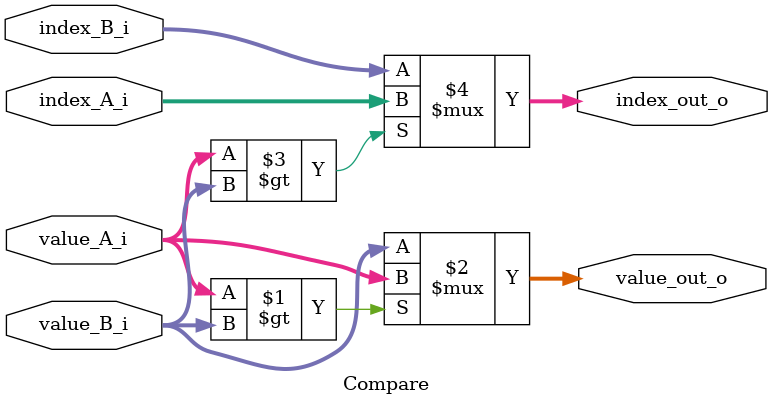
<source format=sv>
module Compare #(parameter VALUE_WIDTH = 32
                ,parameter INDEX_WIDTH = 32
                )
                (input [VALUE_WIDTH-1:0] value_A_i
                ,input [VALUE_WIDTH-1:0] value_B_i
                
                ,input [INDEX_WIDTH-1:0] index_A_i
                ,input [INDEX_WIDTH-1:0] index_B_i
                
                ,output [VALUE_WIDTH-1:0] value_out_o
                ,output [INDEX_WIDTH-1:0] index_out_o
                );
                
            
   assign value_out_o = value_A_i > value_B_i ? value_A_i : value_B_i;
   assign index_out_o = value_A_i > value_B_i ? index_A_i : index_B_i;
                
endmodule 
</source>
